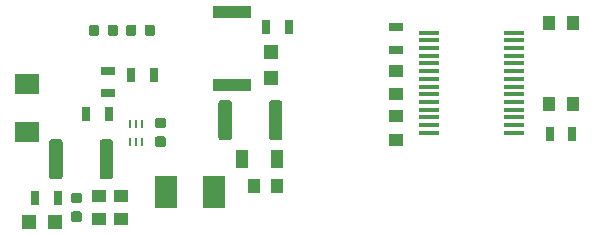
<source format=gtp>
G04 #@! TF.GenerationSoftware,KiCad,Pcbnew,(5.1.4-0-10_14)*
G04 #@! TF.CreationDate,2020-01-14T22:21:16-05:00*
G04 #@! TF.ProjectId,LCD_Screen,4c43445f-5363-4726-9565-6e2e6b696361,rev?*
G04 #@! TF.SameCoordinates,Original*
G04 #@! TF.FileFunction,Paste,Top*
G04 #@! TF.FilePolarity,Positive*
%FSLAX46Y46*%
G04 Gerber Fmt 4.6, Leading zero omitted, Abs format (unit mm)*
G04 Created by KiCad (PCBNEW (5.1.4-0-10_14)) date 2020-01-14 22:21:16*
%MOMM*%
%LPD*%
G04 APERTURE LIST*
%ADD10C,0.100000*%
%ADD11C,0.875000*%
%ADD12C,1.125000*%
%ADD13R,1.200000X1.200000*%
%ADD14R,1.000000X1.600000*%
%ADD15R,1.000000X1.250000*%
%ADD16R,1.250000X1.000000*%
%ADD17R,1.981200X2.692400*%
%ADD18R,2.159000X1.778000*%
%ADD19R,3.200000X1.000000*%
%ADD20R,0.200000X0.700000*%
%ADD21R,0.700000X1.300000*%
%ADD22R,1.300000X0.700000*%
%ADD23R,1.750000X0.450000*%
G04 APERTURE END LIST*
D10*
G36*
X212977991Y-27097753D02*
G01*
X212999226Y-27100903D01*
X213020050Y-27106119D01*
X213040262Y-27113351D01*
X213059668Y-27122530D01*
X213078081Y-27133566D01*
X213095324Y-27146354D01*
X213111230Y-27160770D01*
X213125646Y-27176676D01*
X213138434Y-27193919D01*
X213149470Y-27212332D01*
X213158649Y-27231738D01*
X213165881Y-27251950D01*
X213171097Y-27272774D01*
X213174247Y-27294009D01*
X213175300Y-27315450D01*
X213175300Y-27827950D01*
X213174247Y-27849391D01*
X213171097Y-27870626D01*
X213165881Y-27891450D01*
X213158649Y-27911662D01*
X213149470Y-27931068D01*
X213138434Y-27949481D01*
X213125646Y-27966724D01*
X213111230Y-27982630D01*
X213095324Y-27997046D01*
X213078081Y-28009834D01*
X213059668Y-28020870D01*
X213040262Y-28030049D01*
X213020050Y-28037281D01*
X212999226Y-28042497D01*
X212977991Y-28045647D01*
X212956550Y-28046700D01*
X212519050Y-28046700D01*
X212497609Y-28045647D01*
X212476374Y-28042497D01*
X212455550Y-28037281D01*
X212435338Y-28030049D01*
X212415932Y-28020870D01*
X212397519Y-28009834D01*
X212380276Y-27997046D01*
X212364370Y-27982630D01*
X212349954Y-27966724D01*
X212337166Y-27949481D01*
X212326130Y-27931068D01*
X212316951Y-27911662D01*
X212309719Y-27891450D01*
X212304503Y-27870626D01*
X212301353Y-27849391D01*
X212300300Y-27827950D01*
X212300300Y-27315450D01*
X212301353Y-27294009D01*
X212304503Y-27272774D01*
X212309719Y-27251950D01*
X212316951Y-27231738D01*
X212326130Y-27212332D01*
X212337166Y-27193919D01*
X212349954Y-27176676D01*
X212364370Y-27160770D01*
X212380276Y-27146354D01*
X212397519Y-27133566D01*
X212415932Y-27122530D01*
X212435338Y-27113351D01*
X212455550Y-27106119D01*
X212476374Y-27100903D01*
X212497609Y-27097753D01*
X212519050Y-27096700D01*
X212956550Y-27096700D01*
X212977991Y-27097753D01*
X212977991Y-27097753D01*
G37*
D11*
X212737800Y-27571700D03*
D10*
G36*
X211402991Y-27097753D02*
G01*
X211424226Y-27100903D01*
X211445050Y-27106119D01*
X211465262Y-27113351D01*
X211484668Y-27122530D01*
X211503081Y-27133566D01*
X211520324Y-27146354D01*
X211536230Y-27160770D01*
X211550646Y-27176676D01*
X211563434Y-27193919D01*
X211574470Y-27212332D01*
X211583649Y-27231738D01*
X211590881Y-27251950D01*
X211596097Y-27272774D01*
X211599247Y-27294009D01*
X211600300Y-27315450D01*
X211600300Y-27827950D01*
X211599247Y-27849391D01*
X211596097Y-27870626D01*
X211590881Y-27891450D01*
X211583649Y-27911662D01*
X211574470Y-27931068D01*
X211563434Y-27949481D01*
X211550646Y-27966724D01*
X211536230Y-27982630D01*
X211520324Y-27997046D01*
X211503081Y-28009834D01*
X211484668Y-28020870D01*
X211465262Y-28030049D01*
X211445050Y-28037281D01*
X211424226Y-28042497D01*
X211402991Y-28045647D01*
X211381550Y-28046700D01*
X210944050Y-28046700D01*
X210922609Y-28045647D01*
X210901374Y-28042497D01*
X210880550Y-28037281D01*
X210860338Y-28030049D01*
X210840932Y-28020870D01*
X210822519Y-28009834D01*
X210805276Y-27997046D01*
X210789370Y-27982630D01*
X210774954Y-27966724D01*
X210762166Y-27949481D01*
X210751130Y-27931068D01*
X210741951Y-27911662D01*
X210734719Y-27891450D01*
X210729503Y-27870626D01*
X210726353Y-27849391D01*
X210725300Y-27827950D01*
X210725300Y-27315450D01*
X210726353Y-27294009D01*
X210729503Y-27272774D01*
X210734719Y-27251950D01*
X210741951Y-27231738D01*
X210751130Y-27212332D01*
X210762166Y-27193919D01*
X210774954Y-27176676D01*
X210789370Y-27160770D01*
X210805276Y-27146354D01*
X210822519Y-27133566D01*
X210840932Y-27122530D01*
X210860338Y-27113351D01*
X210880550Y-27106119D01*
X210901374Y-27100903D01*
X210922609Y-27097753D01*
X210944050Y-27096700D01*
X211381550Y-27096700D01*
X211402991Y-27097753D01*
X211402991Y-27097753D01*
G37*
D11*
X211162800Y-27571700D03*
D10*
G36*
X208266305Y-36794904D02*
G01*
X208290573Y-36798504D01*
X208314372Y-36804465D01*
X208337471Y-36812730D01*
X208359650Y-36823220D01*
X208380693Y-36835832D01*
X208400399Y-36850447D01*
X208418577Y-36866923D01*
X208435053Y-36885101D01*
X208449668Y-36904807D01*
X208462280Y-36925850D01*
X208472770Y-36948029D01*
X208481035Y-36971128D01*
X208486996Y-36994927D01*
X208490596Y-37019195D01*
X208491800Y-37043699D01*
X208491800Y-39943701D01*
X208490596Y-39968205D01*
X208486996Y-39992473D01*
X208481035Y-40016272D01*
X208472770Y-40039371D01*
X208462280Y-40061550D01*
X208449668Y-40082593D01*
X208435053Y-40102299D01*
X208418577Y-40120477D01*
X208400399Y-40136953D01*
X208380693Y-40151568D01*
X208359650Y-40164180D01*
X208337471Y-40174670D01*
X208314372Y-40182935D01*
X208290573Y-40188896D01*
X208266305Y-40192496D01*
X208241801Y-40193700D01*
X207616799Y-40193700D01*
X207592295Y-40192496D01*
X207568027Y-40188896D01*
X207544228Y-40182935D01*
X207521129Y-40174670D01*
X207498950Y-40164180D01*
X207477907Y-40151568D01*
X207458201Y-40136953D01*
X207440023Y-40120477D01*
X207423547Y-40102299D01*
X207408932Y-40082593D01*
X207396320Y-40061550D01*
X207385830Y-40039371D01*
X207377565Y-40016272D01*
X207371604Y-39992473D01*
X207368004Y-39968205D01*
X207366800Y-39943701D01*
X207366800Y-37043699D01*
X207368004Y-37019195D01*
X207371604Y-36994927D01*
X207377565Y-36971128D01*
X207385830Y-36948029D01*
X207396320Y-36925850D01*
X207408932Y-36904807D01*
X207423547Y-36885101D01*
X207440023Y-36866923D01*
X207458201Y-36850447D01*
X207477907Y-36835832D01*
X207498950Y-36823220D01*
X207521129Y-36812730D01*
X207544228Y-36804465D01*
X207568027Y-36798504D01*
X207592295Y-36794904D01*
X207616799Y-36793700D01*
X208241801Y-36793700D01*
X208266305Y-36794904D01*
X208266305Y-36794904D01*
G37*
D12*
X207929300Y-38493700D03*
D10*
G36*
X212541305Y-36794904D02*
G01*
X212565573Y-36798504D01*
X212589372Y-36804465D01*
X212612471Y-36812730D01*
X212634650Y-36823220D01*
X212655693Y-36835832D01*
X212675399Y-36850447D01*
X212693577Y-36866923D01*
X212710053Y-36885101D01*
X212724668Y-36904807D01*
X212737280Y-36925850D01*
X212747770Y-36948029D01*
X212756035Y-36971128D01*
X212761996Y-36994927D01*
X212765596Y-37019195D01*
X212766800Y-37043699D01*
X212766800Y-39943701D01*
X212765596Y-39968205D01*
X212761996Y-39992473D01*
X212756035Y-40016272D01*
X212747770Y-40039371D01*
X212737280Y-40061550D01*
X212724668Y-40082593D01*
X212710053Y-40102299D01*
X212693577Y-40120477D01*
X212675399Y-40136953D01*
X212655693Y-40151568D01*
X212634650Y-40164180D01*
X212612471Y-40174670D01*
X212589372Y-40182935D01*
X212565573Y-40188896D01*
X212541305Y-40192496D01*
X212516801Y-40193700D01*
X211891799Y-40193700D01*
X211867295Y-40192496D01*
X211843027Y-40188896D01*
X211819228Y-40182935D01*
X211796129Y-40174670D01*
X211773950Y-40164180D01*
X211752907Y-40151568D01*
X211733201Y-40136953D01*
X211715023Y-40120477D01*
X211698547Y-40102299D01*
X211683932Y-40082593D01*
X211671320Y-40061550D01*
X211660830Y-40039371D01*
X211652565Y-40016272D01*
X211646604Y-39992473D01*
X211643004Y-39968205D01*
X211641800Y-39943701D01*
X211641800Y-37043699D01*
X211643004Y-37019195D01*
X211646604Y-36994927D01*
X211652565Y-36971128D01*
X211660830Y-36948029D01*
X211671320Y-36925850D01*
X211683932Y-36904807D01*
X211698547Y-36885101D01*
X211715023Y-36866923D01*
X211733201Y-36850447D01*
X211752907Y-36835832D01*
X211773950Y-36823220D01*
X211796129Y-36812730D01*
X211819228Y-36804465D01*
X211843027Y-36798504D01*
X211867295Y-36794904D01*
X211891799Y-36793700D01*
X212516801Y-36793700D01*
X212541305Y-36794904D01*
X212541305Y-36794904D01*
G37*
D12*
X212204300Y-38493700D03*
D10*
G36*
X222595805Y-33492904D02*
G01*
X222620073Y-33496504D01*
X222643872Y-33502465D01*
X222666971Y-33510730D01*
X222689150Y-33521220D01*
X222710193Y-33533832D01*
X222729899Y-33548447D01*
X222748077Y-33564923D01*
X222764553Y-33583101D01*
X222779168Y-33602807D01*
X222791780Y-33623850D01*
X222802270Y-33646029D01*
X222810535Y-33669128D01*
X222816496Y-33692927D01*
X222820096Y-33717195D01*
X222821300Y-33741699D01*
X222821300Y-36641701D01*
X222820096Y-36666205D01*
X222816496Y-36690473D01*
X222810535Y-36714272D01*
X222802270Y-36737371D01*
X222791780Y-36759550D01*
X222779168Y-36780593D01*
X222764553Y-36800299D01*
X222748077Y-36818477D01*
X222729899Y-36834953D01*
X222710193Y-36849568D01*
X222689150Y-36862180D01*
X222666971Y-36872670D01*
X222643872Y-36880935D01*
X222620073Y-36886896D01*
X222595805Y-36890496D01*
X222571301Y-36891700D01*
X221946299Y-36891700D01*
X221921795Y-36890496D01*
X221897527Y-36886896D01*
X221873728Y-36880935D01*
X221850629Y-36872670D01*
X221828450Y-36862180D01*
X221807407Y-36849568D01*
X221787701Y-36834953D01*
X221769523Y-36818477D01*
X221753047Y-36800299D01*
X221738432Y-36780593D01*
X221725820Y-36759550D01*
X221715330Y-36737371D01*
X221707065Y-36714272D01*
X221701104Y-36690473D01*
X221697504Y-36666205D01*
X221696300Y-36641701D01*
X221696300Y-33741699D01*
X221697504Y-33717195D01*
X221701104Y-33692927D01*
X221707065Y-33669128D01*
X221715330Y-33646029D01*
X221725820Y-33623850D01*
X221738432Y-33602807D01*
X221753047Y-33583101D01*
X221769523Y-33564923D01*
X221787701Y-33548447D01*
X221807407Y-33533832D01*
X221828450Y-33521220D01*
X221850629Y-33510730D01*
X221873728Y-33502465D01*
X221897527Y-33496504D01*
X221921795Y-33492904D01*
X221946299Y-33491700D01*
X222571301Y-33491700D01*
X222595805Y-33492904D01*
X222595805Y-33492904D01*
G37*
D12*
X222258800Y-35191700D03*
D10*
G36*
X226870805Y-33492904D02*
G01*
X226895073Y-33496504D01*
X226918872Y-33502465D01*
X226941971Y-33510730D01*
X226964150Y-33521220D01*
X226985193Y-33533832D01*
X227004899Y-33548447D01*
X227023077Y-33564923D01*
X227039553Y-33583101D01*
X227054168Y-33602807D01*
X227066780Y-33623850D01*
X227077270Y-33646029D01*
X227085535Y-33669128D01*
X227091496Y-33692927D01*
X227095096Y-33717195D01*
X227096300Y-33741699D01*
X227096300Y-36641701D01*
X227095096Y-36666205D01*
X227091496Y-36690473D01*
X227085535Y-36714272D01*
X227077270Y-36737371D01*
X227066780Y-36759550D01*
X227054168Y-36780593D01*
X227039553Y-36800299D01*
X227023077Y-36818477D01*
X227004899Y-36834953D01*
X226985193Y-36849568D01*
X226964150Y-36862180D01*
X226941971Y-36872670D01*
X226918872Y-36880935D01*
X226895073Y-36886896D01*
X226870805Y-36890496D01*
X226846301Y-36891700D01*
X226221299Y-36891700D01*
X226196795Y-36890496D01*
X226172527Y-36886896D01*
X226148728Y-36880935D01*
X226125629Y-36872670D01*
X226103450Y-36862180D01*
X226082407Y-36849568D01*
X226062701Y-36834953D01*
X226044523Y-36818477D01*
X226028047Y-36800299D01*
X226013432Y-36780593D01*
X226000820Y-36759550D01*
X225990330Y-36737371D01*
X225982065Y-36714272D01*
X225976104Y-36690473D01*
X225972504Y-36666205D01*
X225971300Y-36641701D01*
X225971300Y-33741699D01*
X225972504Y-33717195D01*
X225976104Y-33692927D01*
X225982065Y-33669128D01*
X225990330Y-33646029D01*
X226000820Y-33623850D01*
X226013432Y-33602807D01*
X226028047Y-33583101D01*
X226044523Y-33564923D01*
X226062701Y-33548447D01*
X226082407Y-33533832D01*
X226103450Y-33521220D01*
X226125629Y-33510730D01*
X226148728Y-33502465D01*
X226172527Y-33496504D01*
X226196795Y-33492904D01*
X226221299Y-33491700D01*
X226846301Y-33491700D01*
X226870805Y-33492904D01*
X226870805Y-33492904D01*
G37*
D12*
X226533800Y-35191700D03*
D13*
X226161600Y-31592700D03*
X226161600Y-29392700D03*
D14*
X226682300Y-38493700D03*
X223682300Y-38493700D03*
D15*
X224666300Y-40779700D03*
X226666300Y-40779700D03*
D16*
X213474300Y-43557700D03*
X213474300Y-41557700D03*
X211569300Y-43557700D03*
X211569300Y-41557700D03*
D10*
G36*
X217053991Y-34983753D02*
G01*
X217075226Y-34986903D01*
X217096050Y-34992119D01*
X217116262Y-34999351D01*
X217135668Y-35008530D01*
X217154081Y-35019566D01*
X217171324Y-35032354D01*
X217187230Y-35046770D01*
X217201646Y-35062676D01*
X217214434Y-35079919D01*
X217225470Y-35098332D01*
X217234649Y-35117738D01*
X217241881Y-35137950D01*
X217247097Y-35158774D01*
X217250247Y-35180009D01*
X217251300Y-35201450D01*
X217251300Y-35638950D01*
X217250247Y-35660391D01*
X217247097Y-35681626D01*
X217241881Y-35702450D01*
X217234649Y-35722662D01*
X217225470Y-35742068D01*
X217214434Y-35760481D01*
X217201646Y-35777724D01*
X217187230Y-35793630D01*
X217171324Y-35808046D01*
X217154081Y-35820834D01*
X217135668Y-35831870D01*
X217116262Y-35841049D01*
X217096050Y-35848281D01*
X217075226Y-35853497D01*
X217053991Y-35856647D01*
X217032550Y-35857700D01*
X216520050Y-35857700D01*
X216498609Y-35856647D01*
X216477374Y-35853497D01*
X216456550Y-35848281D01*
X216436338Y-35841049D01*
X216416932Y-35831870D01*
X216398519Y-35820834D01*
X216381276Y-35808046D01*
X216365370Y-35793630D01*
X216350954Y-35777724D01*
X216338166Y-35760481D01*
X216327130Y-35742068D01*
X216317951Y-35722662D01*
X216310719Y-35702450D01*
X216305503Y-35681626D01*
X216302353Y-35660391D01*
X216301300Y-35638950D01*
X216301300Y-35201450D01*
X216302353Y-35180009D01*
X216305503Y-35158774D01*
X216310719Y-35137950D01*
X216317951Y-35117738D01*
X216327130Y-35098332D01*
X216338166Y-35079919D01*
X216350954Y-35062676D01*
X216365370Y-35046770D01*
X216381276Y-35032354D01*
X216398519Y-35019566D01*
X216416932Y-35008530D01*
X216436338Y-34999351D01*
X216456550Y-34992119D01*
X216477374Y-34986903D01*
X216498609Y-34983753D01*
X216520050Y-34982700D01*
X217032550Y-34982700D01*
X217053991Y-34983753D01*
X217053991Y-34983753D01*
G37*
D11*
X216776300Y-35420200D03*
D10*
G36*
X217053991Y-36558753D02*
G01*
X217075226Y-36561903D01*
X217096050Y-36567119D01*
X217116262Y-36574351D01*
X217135668Y-36583530D01*
X217154081Y-36594566D01*
X217171324Y-36607354D01*
X217187230Y-36621770D01*
X217201646Y-36637676D01*
X217214434Y-36654919D01*
X217225470Y-36673332D01*
X217234649Y-36692738D01*
X217241881Y-36712950D01*
X217247097Y-36733774D01*
X217250247Y-36755009D01*
X217251300Y-36776450D01*
X217251300Y-37213950D01*
X217250247Y-37235391D01*
X217247097Y-37256626D01*
X217241881Y-37277450D01*
X217234649Y-37297662D01*
X217225470Y-37317068D01*
X217214434Y-37335481D01*
X217201646Y-37352724D01*
X217187230Y-37368630D01*
X217171324Y-37383046D01*
X217154081Y-37395834D01*
X217135668Y-37406870D01*
X217116262Y-37416049D01*
X217096050Y-37423281D01*
X217075226Y-37428497D01*
X217053991Y-37431647D01*
X217032550Y-37432700D01*
X216520050Y-37432700D01*
X216498609Y-37431647D01*
X216477374Y-37428497D01*
X216456550Y-37423281D01*
X216436338Y-37416049D01*
X216416932Y-37406870D01*
X216398519Y-37395834D01*
X216381276Y-37383046D01*
X216365370Y-37368630D01*
X216350954Y-37352724D01*
X216338166Y-37335481D01*
X216327130Y-37317068D01*
X216317951Y-37297662D01*
X216310719Y-37277450D01*
X216305503Y-37256626D01*
X216302353Y-37235391D01*
X216301300Y-37213950D01*
X216301300Y-36776450D01*
X216302353Y-36755009D01*
X216305503Y-36733774D01*
X216310719Y-36712950D01*
X216317951Y-36692738D01*
X216327130Y-36673332D01*
X216338166Y-36654919D01*
X216350954Y-36637676D01*
X216365370Y-36621770D01*
X216381276Y-36607354D01*
X216398519Y-36594566D01*
X216416932Y-36583530D01*
X216436338Y-36574351D01*
X216456550Y-36567119D01*
X216477374Y-36561903D01*
X216498609Y-36558753D01*
X216520050Y-36557700D01*
X217032550Y-36557700D01*
X217053991Y-36558753D01*
X217053991Y-36558753D01*
G37*
D11*
X216776300Y-36995200D03*
D17*
X221348300Y-41287700D03*
X217284300Y-41287700D03*
D18*
X205473300Y-32143700D03*
X205473300Y-36207700D03*
D10*
G36*
X214552491Y-27097753D02*
G01*
X214573726Y-27100903D01*
X214594550Y-27106119D01*
X214614762Y-27113351D01*
X214634168Y-27122530D01*
X214652581Y-27133566D01*
X214669824Y-27146354D01*
X214685730Y-27160770D01*
X214700146Y-27176676D01*
X214712934Y-27193919D01*
X214723970Y-27212332D01*
X214733149Y-27231738D01*
X214740381Y-27251950D01*
X214745597Y-27272774D01*
X214748747Y-27294009D01*
X214749800Y-27315450D01*
X214749800Y-27827950D01*
X214748747Y-27849391D01*
X214745597Y-27870626D01*
X214740381Y-27891450D01*
X214733149Y-27911662D01*
X214723970Y-27931068D01*
X214712934Y-27949481D01*
X214700146Y-27966724D01*
X214685730Y-27982630D01*
X214669824Y-27997046D01*
X214652581Y-28009834D01*
X214634168Y-28020870D01*
X214614762Y-28030049D01*
X214594550Y-28037281D01*
X214573726Y-28042497D01*
X214552491Y-28045647D01*
X214531050Y-28046700D01*
X214093550Y-28046700D01*
X214072109Y-28045647D01*
X214050874Y-28042497D01*
X214030050Y-28037281D01*
X214009838Y-28030049D01*
X213990432Y-28020870D01*
X213972019Y-28009834D01*
X213954776Y-27997046D01*
X213938870Y-27982630D01*
X213924454Y-27966724D01*
X213911666Y-27949481D01*
X213900630Y-27931068D01*
X213891451Y-27911662D01*
X213884219Y-27891450D01*
X213879003Y-27870626D01*
X213875853Y-27849391D01*
X213874800Y-27827950D01*
X213874800Y-27315450D01*
X213875853Y-27294009D01*
X213879003Y-27272774D01*
X213884219Y-27251950D01*
X213891451Y-27231738D01*
X213900630Y-27212332D01*
X213911666Y-27193919D01*
X213924454Y-27176676D01*
X213938870Y-27160770D01*
X213954776Y-27146354D01*
X213972019Y-27133566D01*
X213990432Y-27122530D01*
X214009838Y-27113351D01*
X214030050Y-27106119D01*
X214050874Y-27100903D01*
X214072109Y-27097753D01*
X214093550Y-27096700D01*
X214531050Y-27096700D01*
X214552491Y-27097753D01*
X214552491Y-27097753D01*
G37*
D11*
X214312300Y-27571700D03*
D10*
G36*
X216127491Y-27097753D02*
G01*
X216148726Y-27100903D01*
X216169550Y-27106119D01*
X216189762Y-27113351D01*
X216209168Y-27122530D01*
X216227581Y-27133566D01*
X216244824Y-27146354D01*
X216260730Y-27160770D01*
X216275146Y-27176676D01*
X216287934Y-27193919D01*
X216298970Y-27212332D01*
X216308149Y-27231738D01*
X216315381Y-27251950D01*
X216320597Y-27272774D01*
X216323747Y-27294009D01*
X216324800Y-27315450D01*
X216324800Y-27827950D01*
X216323747Y-27849391D01*
X216320597Y-27870626D01*
X216315381Y-27891450D01*
X216308149Y-27911662D01*
X216298970Y-27931068D01*
X216287934Y-27949481D01*
X216275146Y-27966724D01*
X216260730Y-27982630D01*
X216244824Y-27997046D01*
X216227581Y-28009834D01*
X216209168Y-28020870D01*
X216189762Y-28030049D01*
X216169550Y-28037281D01*
X216148726Y-28042497D01*
X216127491Y-28045647D01*
X216106050Y-28046700D01*
X215668550Y-28046700D01*
X215647109Y-28045647D01*
X215625874Y-28042497D01*
X215605050Y-28037281D01*
X215584838Y-28030049D01*
X215565432Y-28020870D01*
X215547019Y-28009834D01*
X215529776Y-27997046D01*
X215513870Y-27982630D01*
X215499454Y-27966724D01*
X215486666Y-27949481D01*
X215475630Y-27931068D01*
X215466451Y-27911662D01*
X215459219Y-27891450D01*
X215454003Y-27870626D01*
X215450853Y-27849391D01*
X215449800Y-27827950D01*
X215449800Y-27315450D01*
X215450853Y-27294009D01*
X215454003Y-27272774D01*
X215459219Y-27251950D01*
X215466451Y-27231738D01*
X215475630Y-27212332D01*
X215486666Y-27193919D01*
X215499454Y-27176676D01*
X215513870Y-27160770D01*
X215529776Y-27146354D01*
X215547019Y-27133566D01*
X215565432Y-27122530D01*
X215584838Y-27113351D01*
X215605050Y-27106119D01*
X215625874Y-27100903D01*
X215647109Y-27097753D01*
X215668550Y-27096700D01*
X216106050Y-27096700D01*
X216127491Y-27097753D01*
X216127491Y-27097753D01*
G37*
D11*
X215887300Y-27571700D03*
D19*
X222872300Y-25995700D03*
X222872300Y-32195700D03*
D20*
X215244300Y-35533900D03*
X214244300Y-35533900D03*
X215244300Y-37033900D03*
X214744300Y-35533900D03*
X214244300Y-37033900D03*
X214744300Y-37033900D03*
D13*
X205643300Y-43827700D03*
X207843300Y-43827700D03*
D21*
X227632300Y-27317700D03*
X225732300Y-27317700D03*
D10*
G36*
X209941991Y-41333753D02*
G01*
X209963226Y-41336903D01*
X209984050Y-41342119D01*
X210004262Y-41349351D01*
X210023668Y-41358530D01*
X210042081Y-41369566D01*
X210059324Y-41382354D01*
X210075230Y-41396770D01*
X210089646Y-41412676D01*
X210102434Y-41429919D01*
X210113470Y-41448332D01*
X210122649Y-41467738D01*
X210129881Y-41487950D01*
X210135097Y-41508774D01*
X210138247Y-41530009D01*
X210139300Y-41551450D01*
X210139300Y-41988950D01*
X210138247Y-42010391D01*
X210135097Y-42031626D01*
X210129881Y-42052450D01*
X210122649Y-42072662D01*
X210113470Y-42092068D01*
X210102434Y-42110481D01*
X210089646Y-42127724D01*
X210075230Y-42143630D01*
X210059324Y-42158046D01*
X210042081Y-42170834D01*
X210023668Y-42181870D01*
X210004262Y-42191049D01*
X209984050Y-42198281D01*
X209963226Y-42203497D01*
X209941991Y-42206647D01*
X209920550Y-42207700D01*
X209408050Y-42207700D01*
X209386609Y-42206647D01*
X209365374Y-42203497D01*
X209344550Y-42198281D01*
X209324338Y-42191049D01*
X209304932Y-42181870D01*
X209286519Y-42170834D01*
X209269276Y-42158046D01*
X209253370Y-42143630D01*
X209238954Y-42127724D01*
X209226166Y-42110481D01*
X209215130Y-42092068D01*
X209205951Y-42072662D01*
X209198719Y-42052450D01*
X209193503Y-42031626D01*
X209190353Y-42010391D01*
X209189300Y-41988950D01*
X209189300Y-41551450D01*
X209190353Y-41530009D01*
X209193503Y-41508774D01*
X209198719Y-41487950D01*
X209205951Y-41467738D01*
X209215130Y-41448332D01*
X209226166Y-41429919D01*
X209238954Y-41412676D01*
X209253370Y-41396770D01*
X209269276Y-41382354D01*
X209286519Y-41369566D01*
X209304932Y-41358530D01*
X209324338Y-41349351D01*
X209344550Y-41342119D01*
X209365374Y-41336903D01*
X209386609Y-41333753D01*
X209408050Y-41332700D01*
X209920550Y-41332700D01*
X209941991Y-41333753D01*
X209941991Y-41333753D01*
G37*
D11*
X209664300Y-41770200D03*
D10*
G36*
X209941991Y-42908753D02*
G01*
X209963226Y-42911903D01*
X209984050Y-42917119D01*
X210004262Y-42924351D01*
X210023668Y-42933530D01*
X210042081Y-42944566D01*
X210059324Y-42957354D01*
X210075230Y-42971770D01*
X210089646Y-42987676D01*
X210102434Y-43004919D01*
X210113470Y-43023332D01*
X210122649Y-43042738D01*
X210129881Y-43062950D01*
X210135097Y-43083774D01*
X210138247Y-43105009D01*
X210139300Y-43126450D01*
X210139300Y-43563950D01*
X210138247Y-43585391D01*
X210135097Y-43606626D01*
X210129881Y-43627450D01*
X210122649Y-43647662D01*
X210113470Y-43667068D01*
X210102434Y-43685481D01*
X210089646Y-43702724D01*
X210075230Y-43718630D01*
X210059324Y-43733046D01*
X210042081Y-43745834D01*
X210023668Y-43756870D01*
X210004262Y-43766049D01*
X209984050Y-43773281D01*
X209963226Y-43778497D01*
X209941991Y-43781647D01*
X209920550Y-43782700D01*
X209408050Y-43782700D01*
X209386609Y-43781647D01*
X209365374Y-43778497D01*
X209344550Y-43773281D01*
X209324338Y-43766049D01*
X209304932Y-43756870D01*
X209286519Y-43745834D01*
X209269276Y-43733046D01*
X209253370Y-43718630D01*
X209238954Y-43702724D01*
X209226166Y-43685481D01*
X209215130Y-43667068D01*
X209205951Y-43647662D01*
X209198719Y-43627450D01*
X209193503Y-43606626D01*
X209190353Y-43585391D01*
X209189300Y-43563950D01*
X209189300Y-43126450D01*
X209190353Y-43105009D01*
X209193503Y-43083774D01*
X209198719Y-43062950D01*
X209205951Y-43042738D01*
X209215130Y-43023332D01*
X209226166Y-43004919D01*
X209238954Y-42987676D01*
X209253370Y-42971770D01*
X209269276Y-42957354D01*
X209286519Y-42944566D01*
X209304932Y-42933530D01*
X209324338Y-42924351D01*
X209344550Y-42917119D01*
X209365374Y-42911903D01*
X209386609Y-42908753D01*
X209408050Y-42907700D01*
X209920550Y-42907700D01*
X209941991Y-42908753D01*
X209941991Y-42908753D01*
G37*
D11*
X209664300Y-43345200D03*
D21*
X206174300Y-41795700D03*
X208074300Y-41795700D03*
D22*
X212344000Y-32877800D03*
X212344000Y-30977800D03*
D21*
X216202300Y-31381700D03*
X214302300Y-31381700D03*
X210492300Y-34683700D03*
X212392300Y-34683700D03*
D15*
X251698000Y-33782000D03*
X249698000Y-33782000D03*
D23*
X246678000Y-36229000D03*
X246678000Y-35579000D03*
X246678000Y-34929000D03*
X246678000Y-34279000D03*
X246678000Y-33629000D03*
X246678000Y-32979000D03*
X246678000Y-32329000D03*
X246678000Y-31679000D03*
X246678000Y-31029000D03*
X246678000Y-30379000D03*
X246678000Y-29729000D03*
X246678000Y-29079000D03*
X246678000Y-28429000D03*
X246678000Y-27779000D03*
X239478000Y-27779000D03*
X239478000Y-28429000D03*
X239478000Y-29079000D03*
X239478000Y-29729000D03*
X239478000Y-30379000D03*
X239478000Y-31029000D03*
X239478000Y-31679000D03*
X239478000Y-32329000D03*
X239478000Y-32979000D03*
X239478000Y-33629000D03*
X239478000Y-34279000D03*
X239478000Y-34929000D03*
X239478000Y-35579000D03*
X239478000Y-36229000D03*
D15*
X251682000Y-26924000D03*
X249682000Y-26924000D03*
D16*
X236728000Y-36830000D03*
X236728000Y-34830000D03*
X236728000Y-33004000D03*
X236728000Y-31004000D03*
D21*
X251648000Y-36322000D03*
X249748000Y-36322000D03*
D22*
X236728000Y-29210000D03*
X236728000Y-27310000D03*
M02*

</source>
